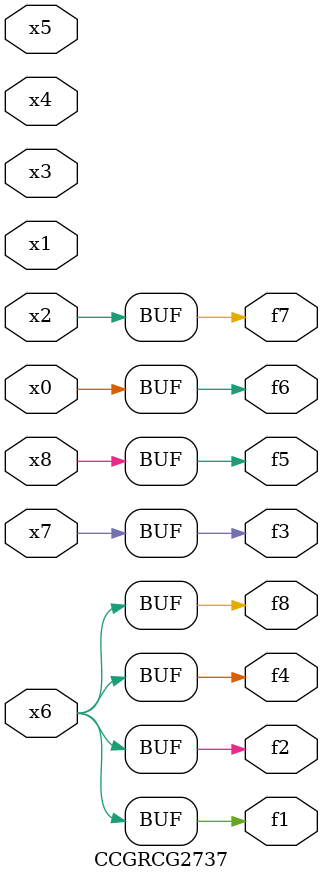
<source format=v>
module CCGRCG2737(
	input x0, x1, x2, x3, x4, x5, x6, x7, x8,
	output f1, f2, f3, f4, f5, f6, f7, f8
);
	assign f1 = x6;
	assign f2 = x6;
	assign f3 = x7;
	assign f4 = x6;
	assign f5 = x8;
	assign f6 = x0;
	assign f7 = x2;
	assign f8 = x6;
endmodule

</source>
